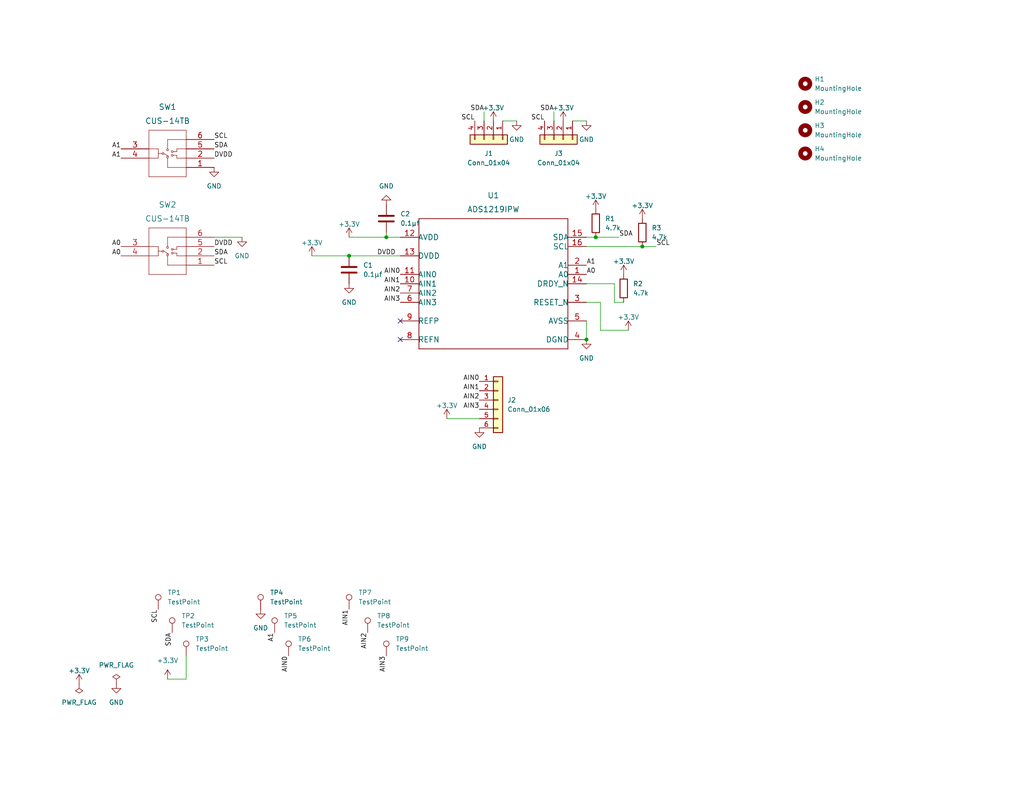
<source format=kicad_sch>
(kicad_sch (version 20211123) (generator eeschema)

  (uuid 7e530dfb-4b7f-4624-94df-744a2f909c74)

  (paper "A")

  (title_block
    (title "ADS1219 Breakout")
    (date "2022-07-17")
    (rev "4")
    (company "BecauseImclever.com")
  )

  (lib_symbols
    (symbol "ADS1219:ADS1219IPW" (pin_names (offset -0.254)) (in_bom yes) (on_board yes)
      (property "Reference" "U" (id 0) (at 0 2.54 0)
        (effects (font (size 1.524 1.524)))
      )
      (property "Value" "ADS1219IPW" (id 1) (at 0 0 0)
        (effects (font (size 1.524 1.524)))
      )
      (property "Footprint" "ADS1219:ADS1219IPW" (id 2) (at 0 -1.524 0)
        (effects (font (size 1.524 1.524)) hide)
      )
      (property "Datasheet" "" (id 3) (at 0 0 0)
        (effects (font (size 1.524 1.524)))
      )
      (property "ki_fp_filters" "PW0016A_N PW0016A_M PW0016A_L" (id 4) (at 0 0 0)
        (effects (font (size 1.27 1.27)) hide)
      )
      (symbol "ADS1219IPW_1_1"
        (polyline
          (pts
            (xy -20.32 -17.78)
            (xy 20.32 -17.78)
          )
          (stroke (width 0.2032) (type default) (color 0 0 0 0))
          (fill (type none))
        )
        (polyline
          (pts
            (xy -20.32 17.78)
            (xy -20.32 -17.78)
          )
          (stroke (width 0.2032) (type default) (color 0 0 0 0))
          (fill (type none))
        )
        (polyline
          (pts
            (xy 20.32 -17.78)
            (xy 20.32 17.78)
          )
          (stroke (width 0.2032) (type default) (color 0 0 0 0))
          (fill (type none))
        )
        (polyline
          (pts
            (xy 20.32 17.78)
            (xy -20.32 17.78)
          )
          (stroke (width 0.2032) (type default) (color 0 0 0 0))
          (fill (type none))
        )
        (pin input line (at 25.4 2.54 180) (length 5.08)
          (name "A0" (effects (font (size 1.4986 1.4986))))
          (number "1" (effects (font (size 1.4986 1.4986))))
        )
        (pin input line (at -25.4 0 0) (length 5.08)
          (name "AIN1" (effects (font (size 1.4986 1.4986))))
          (number "10" (effects (font (size 1.4986 1.4986))))
        )
        (pin input line (at -25.4 2.54 0) (length 5.08)
          (name "AIN0" (effects (font (size 1.4986 1.4986))))
          (number "11" (effects (font (size 1.4986 1.4986))))
        )
        (pin power_in line (at -25.4 12.7 0) (length 5.08)
          (name "AVDD" (effects (font (size 1.4986 1.4986))))
          (number "12" (effects (font (size 1.4986 1.4986))))
        )
        (pin power_in line (at -25.4 7.62 0) (length 5.08)
          (name "DVDD" (effects (font (size 1.4986 1.4986))))
          (number "13" (effects (font (size 1.4986 1.4986))))
        )
        (pin output line (at 25.4 0 180) (length 5.08)
          (name "DRDY_N" (effects (font (size 1.4986 1.4986))))
          (number "14" (effects (font (size 1.4986 1.4986))))
        )
        (pin bidirectional line (at 25.4 12.7 180) (length 5.08)
          (name "SDA" (effects (font (size 1.4986 1.4986))))
          (number "15" (effects (font (size 1.4986 1.4986))))
        )
        (pin input line (at 25.4 10.16 180) (length 5.08)
          (name "SCL" (effects (font (size 1.4986 1.4986))))
          (number "16" (effects (font (size 1.4986 1.4986))))
        )
        (pin input line (at 25.4 5.08 180) (length 5.08)
          (name "A1" (effects (font (size 1.4986 1.4986))))
          (number "2" (effects (font (size 1.4986 1.4986))))
        )
        (pin input line (at 25.4 -5.08 180) (length 5.08)
          (name "RESET_N" (effects (font (size 1.4986 1.4986))))
          (number "3" (effects (font (size 1.4986 1.4986))))
        )
        (pin power_in line (at 25.4 -15.24 180) (length 5.08)
          (name "DGND" (effects (font (size 1.4986 1.4986))))
          (number "4" (effects (font (size 1.4986 1.4986))))
        )
        (pin power_in line (at 25.4 -10.16 180) (length 5.08)
          (name "AVSS" (effects (font (size 1.4986 1.4986))))
          (number "5" (effects (font (size 1.4986 1.4986))))
        )
        (pin input line (at -25.4 -5.08 0) (length 5.08)
          (name "AIN3" (effects (font (size 1.4986 1.4986))))
          (number "6" (effects (font (size 1.4986 1.4986))))
        )
        (pin input line (at -25.4 -2.54 0) (length 5.08)
          (name "AIN2" (effects (font (size 1.4986 1.4986))))
          (number "7" (effects (font (size 1.4986 1.4986))))
        )
        (pin input line (at -25.4 -15.24 0) (length 5.08)
          (name "REFN" (effects (font (size 1.4986 1.4986))))
          (number "8" (effects (font (size 1.4986 1.4986))))
        )
        (pin input line (at -25.4 -10.16 0) (length 5.08)
          (name "REFP" (effects (font (size 1.4986 1.4986))))
          (number "9" (effects (font (size 1.4986 1.4986))))
        )
      )
    )
    (symbol "Connector:TestPoint" (pin_numbers hide) (pin_names (offset 0.762) hide) (in_bom yes) (on_board yes)
      (property "Reference" "TP" (id 0) (at 0 6.858 0)
        (effects (font (size 1.27 1.27)))
      )
      (property "Value" "TestPoint" (id 1) (at 0 5.08 0)
        (effects (font (size 1.27 1.27)))
      )
      (property "Footprint" "" (id 2) (at 5.08 0 0)
        (effects (font (size 1.27 1.27)) hide)
      )
      (property "Datasheet" "~" (id 3) (at 5.08 0 0)
        (effects (font (size 1.27 1.27)) hide)
      )
      (property "ki_keywords" "test point tp" (id 4) (at 0 0 0)
        (effects (font (size 1.27 1.27)) hide)
      )
      (property "ki_description" "test point" (id 5) (at 0 0 0)
        (effects (font (size 1.27 1.27)) hide)
      )
      (property "ki_fp_filters" "Pin* Test*" (id 6) (at 0 0 0)
        (effects (font (size 1.27 1.27)) hide)
      )
      (symbol "TestPoint_0_1"
        (circle (center 0 3.302) (radius 0.762)
          (stroke (width 0) (type default) (color 0 0 0 0))
          (fill (type none))
        )
      )
      (symbol "TestPoint_1_1"
        (pin passive line (at 0 0 90) (length 2.54)
          (name "1" (effects (font (size 1.27 1.27))))
          (number "1" (effects (font (size 1.27 1.27))))
        )
      )
    )
    (symbol "Connector_Generic:Conn_01x04" (pin_names (offset 1.016) hide) (in_bom yes) (on_board yes)
      (property "Reference" "J" (id 0) (at 0 5.08 0)
        (effects (font (size 1.27 1.27)))
      )
      (property "Value" "Conn_01x04" (id 1) (at 0 -7.62 0)
        (effects (font (size 1.27 1.27)))
      )
      (property "Footprint" "" (id 2) (at 0 0 0)
        (effects (font (size 1.27 1.27)) hide)
      )
      (property "Datasheet" "~" (id 3) (at 0 0 0)
        (effects (font (size 1.27 1.27)) hide)
      )
      (property "ki_keywords" "connector" (id 4) (at 0 0 0)
        (effects (font (size 1.27 1.27)) hide)
      )
      (property "ki_description" "Generic connector, single row, 01x04, script generated (kicad-library-utils/schlib/autogen/connector/)" (id 5) (at 0 0 0)
        (effects (font (size 1.27 1.27)) hide)
      )
      (property "ki_fp_filters" "Connector*:*_1x??_*" (id 6) (at 0 0 0)
        (effects (font (size 1.27 1.27)) hide)
      )
      (symbol "Conn_01x04_1_1"
        (rectangle (start -1.27 -4.953) (end 0 -5.207)
          (stroke (width 0.1524) (type default) (color 0 0 0 0))
          (fill (type none))
        )
        (rectangle (start -1.27 -2.413) (end 0 -2.667)
          (stroke (width 0.1524) (type default) (color 0 0 0 0))
          (fill (type none))
        )
        (rectangle (start -1.27 0.127) (end 0 -0.127)
          (stroke (width 0.1524) (type default) (color 0 0 0 0))
          (fill (type none))
        )
        (rectangle (start -1.27 2.667) (end 0 2.413)
          (stroke (width 0.1524) (type default) (color 0 0 0 0))
          (fill (type none))
        )
        (rectangle (start -1.27 3.81) (end 1.27 -6.35)
          (stroke (width 0.254) (type default) (color 0 0 0 0))
          (fill (type background))
        )
        (pin passive line (at -5.08 2.54 0) (length 3.81)
          (name "Pin_1" (effects (font (size 1.27 1.27))))
          (number "1" (effects (font (size 1.27 1.27))))
        )
        (pin passive line (at -5.08 0 0) (length 3.81)
          (name "Pin_2" (effects (font (size 1.27 1.27))))
          (number "2" (effects (font (size 1.27 1.27))))
        )
        (pin passive line (at -5.08 -2.54 0) (length 3.81)
          (name "Pin_3" (effects (font (size 1.27 1.27))))
          (number "3" (effects (font (size 1.27 1.27))))
        )
        (pin passive line (at -5.08 -5.08 0) (length 3.81)
          (name "Pin_4" (effects (font (size 1.27 1.27))))
          (number "4" (effects (font (size 1.27 1.27))))
        )
      )
    )
    (symbol "Connector_Generic:Conn_01x06" (pin_names (offset 1.016) hide) (in_bom yes) (on_board yes)
      (property "Reference" "J" (id 0) (at 0 7.62 0)
        (effects (font (size 1.27 1.27)))
      )
      (property "Value" "Conn_01x06" (id 1) (at 0 -10.16 0)
        (effects (font (size 1.27 1.27)))
      )
      (property "Footprint" "" (id 2) (at 0 0 0)
        (effects (font (size 1.27 1.27)) hide)
      )
      (property "Datasheet" "~" (id 3) (at 0 0 0)
        (effects (font (size 1.27 1.27)) hide)
      )
      (property "ki_keywords" "connector" (id 4) (at 0 0 0)
        (effects (font (size 1.27 1.27)) hide)
      )
      (property "ki_description" "Generic connector, single row, 01x06, script generated (kicad-library-utils/schlib/autogen/connector/)" (id 5) (at 0 0 0)
        (effects (font (size 1.27 1.27)) hide)
      )
      (property "ki_fp_filters" "Connector*:*_1x??_*" (id 6) (at 0 0 0)
        (effects (font (size 1.27 1.27)) hide)
      )
      (symbol "Conn_01x06_1_1"
        (rectangle (start -1.27 -7.493) (end 0 -7.747)
          (stroke (width 0.1524) (type default) (color 0 0 0 0))
          (fill (type none))
        )
        (rectangle (start -1.27 -4.953) (end 0 -5.207)
          (stroke (width 0.1524) (type default) (color 0 0 0 0))
          (fill (type none))
        )
        (rectangle (start -1.27 -2.413) (end 0 -2.667)
          (stroke (width 0.1524) (type default) (color 0 0 0 0))
          (fill (type none))
        )
        (rectangle (start -1.27 0.127) (end 0 -0.127)
          (stroke (width 0.1524) (type default) (color 0 0 0 0))
          (fill (type none))
        )
        (rectangle (start -1.27 2.667) (end 0 2.413)
          (stroke (width 0.1524) (type default) (color 0 0 0 0))
          (fill (type none))
        )
        (rectangle (start -1.27 5.207) (end 0 4.953)
          (stroke (width 0.1524) (type default) (color 0 0 0 0))
          (fill (type none))
        )
        (rectangle (start -1.27 6.35) (end 1.27 -8.89)
          (stroke (width 0.254) (type default) (color 0 0 0 0))
          (fill (type background))
        )
        (pin passive line (at -5.08 5.08 0) (length 3.81)
          (name "Pin_1" (effects (font (size 1.27 1.27))))
          (number "1" (effects (font (size 1.27 1.27))))
        )
        (pin passive line (at -5.08 2.54 0) (length 3.81)
          (name "Pin_2" (effects (font (size 1.27 1.27))))
          (number "2" (effects (font (size 1.27 1.27))))
        )
        (pin passive line (at -5.08 0 0) (length 3.81)
          (name "Pin_3" (effects (font (size 1.27 1.27))))
          (number "3" (effects (font (size 1.27 1.27))))
        )
        (pin passive line (at -5.08 -2.54 0) (length 3.81)
          (name "Pin_4" (effects (font (size 1.27 1.27))))
          (number "4" (effects (font (size 1.27 1.27))))
        )
        (pin passive line (at -5.08 -5.08 0) (length 3.81)
          (name "Pin_5" (effects (font (size 1.27 1.27))))
          (number "5" (effects (font (size 1.27 1.27))))
        )
        (pin passive line (at -5.08 -7.62 0) (length 3.81)
          (name "Pin_6" (effects (font (size 1.27 1.27))))
          (number "6" (effects (font (size 1.27 1.27))))
        )
      )
    )
    (symbol "Device:C" (pin_numbers hide) (pin_names (offset 0.254)) (in_bom yes) (on_board yes)
      (property "Reference" "C" (id 0) (at 0.635 2.54 0)
        (effects (font (size 1.27 1.27)) (justify left))
      )
      (property "Value" "C" (id 1) (at 0.635 -2.54 0)
        (effects (font (size 1.27 1.27)) (justify left))
      )
      (property "Footprint" "" (id 2) (at 0.9652 -3.81 0)
        (effects (font (size 1.27 1.27)) hide)
      )
      (property "Datasheet" "~" (id 3) (at 0 0 0)
        (effects (font (size 1.27 1.27)) hide)
      )
      (property "ki_keywords" "cap capacitor" (id 4) (at 0 0 0)
        (effects (font (size 1.27 1.27)) hide)
      )
      (property "ki_description" "Unpolarized capacitor" (id 5) (at 0 0 0)
        (effects (font (size 1.27 1.27)) hide)
      )
      (property "ki_fp_filters" "C_*" (id 6) (at 0 0 0)
        (effects (font (size 1.27 1.27)) hide)
      )
      (symbol "C_0_1"
        (polyline
          (pts
            (xy -2.032 -0.762)
            (xy 2.032 -0.762)
          )
          (stroke (width 0.508) (type default) (color 0 0 0 0))
          (fill (type none))
        )
        (polyline
          (pts
            (xy -2.032 0.762)
            (xy 2.032 0.762)
          )
          (stroke (width 0.508) (type default) (color 0 0 0 0))
          (fill (type none))
        )
      )
      (symbol "C_1_1"
        (pin passive line (at 0 3.81 270) (length 2.794)
          (name "~" (effects (font (size 1.27 1.27))))
          (number "1" (effects (font (size 1.27 1.27))))
        )
        (pin passive line (at 0 -3.81 90) (length 2.794)
          (name "~" (effects (font (size 1.27 1.27))))
          (number "2" (effects (font (size 1.27 1.27))))
        )
      )
    )
    (symbol "Device:R" (pin_numbers hide) (pin_names (offset 0)) (in_bom yes) (on_board yes)
      (property "Reference" "R" (id 0) (at 2.032 0 90)
        (effects (font (size 1.27 1.27)))
      )
      (property "Value" "R" (id 1) (at 0 0 90)
        (effects (font (size 1.27 1.27)))
      )
      (property "Footprint" "" (id 2) (at -1.778 0 90)
        (effects (font (size 1.27 1.27)) hide)
      )
      (property "Datasheet" "~" (id 3) (at 0 0 0)
        (effects (font (size 1.27 1.27)) hide)
      )
      (property "ki_keywords" "R res resistor" (id 4) (at 0 0 0)
        (effects (font (size 1.27 1.27)) hide)
      )
      (property "ki_description" "Resistor" (id 5) (at 0 0 0)
        (effects (font (size 1.27 1.27)) hide)
      )
      (property "ki_fp_filters" "R_*" (id 6) (at 0 0 0)
        (effects (font (size 1.27 1.27)) hide)
      )
      (symbol "R_0_1"
        (rectangle (start -1.016 -2.54) (end 1.016 2.54)
          (stroke (width 0.254) (type default) (color 0 0 0 0))
          (fill (type none))
        )
      )
      (symbol "R_1_1"
        (pin passive line (at 0 3.81 270) (length 1.27)
          (name "~" (effects (font (size 1.27 1.27))))
          (number "1" (effects (font (size 1.27 1.27))))
        )
        (pin passive line (at 0 -3.81 90) (length 1.27)
          (name "~" (effects (font (size 1.27 1.27))))
          (number "2" (effects (font (size 1.27 1.27))))
        )
      )
    )
    (symbol "Mechanical:MountingHole" (pin_names (offset 1.016)) (in_bom yes) (on_board yes)
      (property "Reference" "H" (id 0) (at 0 5.08 0)
        (effects (font (size 1.27 1.27)))
      )
      (property "Value" "MountingHole" (id 1) (at 0 3.175 0)
        (effects (font (size 1.27 1.27)))
      )
      (property "Footprint" "" (id 2) (at 0 0 0)
        (effects (font (size 1.27 1.27)) hide)
      )
      (property "Datasheet" "~" (id 3) (at 0 0 0)
        (effects (font (size 1.27 1.27)) hide)
      )
      (property "ki_keywords" "mounting hole" (id 4) (at 0 0 0)
        (effects (font (size 1.27 1.27)) hide)
      )
      (property "ki_description" "Mounting Hole without connection" (id 5) (at 0 0 0)
        (effects (font (size 1.27 1.27)) hide)
      )
      (property "ki_fp_filters" "MountingHole*" (id 6) (at 0 0 0)
        (effects (font (size 1.27 1.27)) hide)
      )
      (symbol "MountingHole_0_1"
        (circle (center 0 0) (radius 1.27)
          (stroke (width 1.27) (type default) (color 0 0 0 0))
          (fill (type none))
        )
      )
    )
    (symbol "power:+3.3V" (power) (pin_names (offset 0)) (in_bom yes) (on_board yes)
      (property "Reference" "#PWR" (id 0) (at 0 -3.81 0)
        (effects (font (size 1.27 1.27)) hide)
      )
      (property "Value" "+3.3V" (id 1) (at 0 3.556 0)
        (effects (font (size 1.27 1.27)))
      )
      (property "Footprint" "" (id 2) (at 0 0 0)
        (effects (font (size 1.27 1.27)) hide)
      )
      (property "Datasheet" "" (id 3) (at 0 0 0)
        (effects (font (size 1.27 1.27)) hide)
      )
      (property "ki_keywords" "power-flag" (id 4) (at 0 0 0)
        (effects (font (size 1.27 1.27)) hide)
      )
      (property "ki_description" "Power symbol creates a global label with name \"+3.3V\"" (id 5) (at 0 0 0)
        (effects (font (size 1.27 1.27)) hide)
      )
      (symbol "+3.3V_0_1"
        (polyline
          (pts
            (xy -0.762 1.27)
            (xy 0 2.54)
          )
          (stroke (width 0) (type default) (color 0 0 0 0))
          (fill (type none))
        )
        (polyline
          (pts
            (xy 0 0)
            (xy 0 2.54)
          )
          (stroke (width 0) (type default) (color 0 0 0 0))
          (fill (type none))
        )
        (polyline
          (pts
            (xy 0 2.54)
            (xy 0.762 1.27)
          )
          (stroke (width 0) (type default) (color 0 0 0 0))
          (fill (type none))
        )
      )
      (symbol "+3.3V_1_1"
        (pin power_in line (at 0 0 90) (length 0) hide
          (name "+3.3V" (effects (font (size 1.27 1.27))))
          (number "1" (effects (font (size 1.27 1.27))))
        )
      )
    )
    (symbol "power:GND" (power) (pin_names (offset 0)) (in_bom yes) (on_board yes)
      (property "Reference" "#PWR" (id 0) (at 0 -6.35 0)
        (effects (font (size 1.27 1.27)) hide)
      )
      (property "Value" "GND" (id 1) (at 0 -3.81 0)
        (effects (font (size 1.27 1.27)))
      )
      (property "Footprint" "" (id 2) (at 0 0 0)
        (effects (font (size 1.27 1.27)) hide)
      )
      (property "Datasheet" "" (id 3) (at 0 0 0)
        (effects (font (size 1.27 1.27)) hide)
      )
      (property "ki_keywords" "power-flag" (id 4) (at 0 0 0)
        (effects (font (size 1.27 1.27)) hide)
      )
      (property "ki_description" "Power symbol creates a global label with name \"GND\" , ground" (id 5) (at 0 0 0)
        (effects (font (size 1.27 1.27)) hide)
      )
      (symbol "GND_0_1"
        (polyline
          (pts
            (xy 0 0)
            (xy 0 -1.27)
            (xy 1.27 -1.27)
            (xy 0 -2.54)
            (xy -1.27 -1.27)
            (xy 0 -1.27)
          )
          (stroke (width 0) (type default) (color 0 0 0 0))
          (fill (type none))
        )
      )
      (symbol "GND_1_1"
        (pin power_in line (at 0 0 270) (length 0) hide
          (name "GND" (effects (font (size 1.27 1.27))))
          (number "1" (effects (font (size 1.27 1.27))))
        )
      )
    )
    (symbol "power:PWR_FLAG" (power) (pin_numbers hide) (pin_names (offset 0) hide) (in_bom yes) (on_board yes)
      (property "Reference" "#FLG" (id 0) (at 0 1.905 0)
        (effects (font (size 1.27 1.27)) hide)
      )
      (property "Value" "PWR_FLAG" (id 1) (at 0 3.81 0)
        (effects (font (size 1.27 1.27)))
      )
      (property "Footprint" "" (id 2) (at 0 0 0)
        (effects (font (size 1.27 1.27)) hide)
      )
      (property "Datasheet" "~" (id 3) (at 0 0 0)
        (effects (font (size 1.27 1.27)) hide)
      )
      (property "ki_keywords" "power-flag" (id 4) (at 0 0 0)
        (effects (font (size 1.27 1.27)) hide)
      )
      (property "ki_description" "Special symbol for telling ERC where power comes from" (id 5) (at 0 0 0)
        (effects (font (size 1.27 1.27)) hide)
      )
      (symbol "PWR_FLAG_0_0"
        (pin power_out line (at 0 0 90) (length 0)
          (name "pwr" (effects (font (size 1.27 1.27))))
          (number "1" (effects (font (size 1.27 1.27))))
        )
      )
      (symbol "PWR_FLAG_0_1"
        (polyline
          (pts
            (xy 0 0)
            (xy 0 1.27)
            (xy -1.016 1.905)
            (xy 0 2.54)
            (xy 1.016 1.905)
            (xy 0 1.27)
          )
          (stroke (width 0) (type default) (color 0 0 0 0))
          (fill (type none))
        )
      )
    )
    (symbol "ul_CUS-14TB:CUS-14TB" (pin_names (offset 0.254) hide) (in_bom yes) (on_board yes)
      (property "Reference" "SW" (id 0) (at 12.7 10.16 0)
        (effects (font (size 1.524 1.524)))
      )
      (property "Value" "CUS-14TB" (id 1) (at 12.7 7.62 0)
        (effects (font (size 1.524 1.524)))
      )
      (property "Footprint" "CUS-14B_NDC" (id 2) (at 12.7 6.096 0)
        (effects (font (size 1.524 1.524)) hide)
      )
      (property "Datasheet" "" (id 3) (at 0 0 0)
        (effects (font (size 1.524 1.524)))
      )
      (property "ki_locked" "" (id 4) (at 0 0 0)
        (effects (font (size 1.27 1.27)))
      )
      (property "ki_fp_filters" "CUS-14B_NDC" (id 5) (at 0 0 0)
        (effects (font (size 1.27 1.27)) hide)
      )
      (symbol "CUS-14TB_1_1"
        (polyline
          (pts
            (xy 7.62 -7.62)
            (xy 17.78 -7.62)
          )
          (stroke (width 0.127) (type default) (color 0 0 0 0))
          (fill (type none))
        )
        (polyline
          (pts
            (xy 7.62 5.08)
            (xy 7.62 -7.62)
          )
          (stroke (width 0.127) (type default) (color 0 0 0 0))
          (fill (type none))
        )
        (polyline
          (pts
            (xy 10.16 -2.54)
            (xy 7.62 -2.54)
          )
          (stroke (width 0.127) (type default) (color 0 0 0 0))
          (fill (type none))
        )
        (polyline
          (pts
            (xy 10.16 -1.27)
            (xy 11.176 -1.27)
          )
          (stroke (width 0.127) (type default) (color 0 0 0 0))
          (fill (type none))
        )
        (polyline
          (pts
            (xy 10.16 0)
            (xy 7.62 0)
          )
          (stroke (width 0.127) (type default) (color 0 0 0 0))
          (fill (type none))
        )
        (polyline
          (pts
            (xy 10.16 0)
            (xy 10.16 -2.54)
          )
          (stroke (width 0.127) (type default) (color 0 0 0 0))
          (fill (type none))
        )
        (polyline
          (pts
            (xy 11.684 -1.27)
            (xy 12.954 -2.032)
          )
          (stroke (width 0.127) (type default) (color 0 0 0 0))
          (fill (type none))
        )
        (polyline
          (pts
            (xy 12.7 -5.08)
            (xy 17.78 -5.08)
          )
          (stroke (width 0.127) (type default) (color 0 0 0 0))
          (fill (type none))
        )
        (polyline
          (pts
            (xy 12.7 -2.54)
            (xy 12.7 -5.08)
          )
          (stroke (width 0.127) (type default) (color 0 0 0 0))
          (fill (type none))
        )
        (polyline
          (pts
            (xy 12.7 0)
            (xy 12.7 2.54)
          )
          (stroke (width 0.127) (type default) (color 0 0 0 0))
          (fill (type none))
        )
        (polyline
          (pts
            (xy 12.7 2.54)
            (xy 17.78 2.54)
          )
          (stroke (width 0.127) (type default) (color 0 0 0 0))
          (fill (type none))
        )
        (polyline
          (pts
            (xy 14.224 -1.778)
            (xy 15.24 -1.778)
          )
          (stroke (width 0.127) (type default) (color 0 0 0 0))
          (fill (type none))
        )
        (polyline
          (pts
            (xy 14.224 -0.762)
            (xy 15.24 -0.762)
          )
          (stroke (width 0.127) (type default) (color 0 0 0 0))
          (fill (type none))
        )
        (polyline
          (pts
            (xy 15.24 -2.54)
            (xy 17.78 -2.54)
          )
          (stroke (width 0.127) (type default) (color 0 0 0 0))
          (fill (type none))
        )
        (polyline
          (pts
            (xy 15.24 -1.778)
            (xy 15.24 -2.54)
          )
          (stroke (width 0.127) (type default) (color 0 0 0 0))
          (fill (type none))
        )
        (polyline
          (pts
            (xy 15.24 -0.762)
            (xy 15.24 0)
          )
          (stroke (width 0.127) (type default) (color 0 0 0 0))
          (fill (type none))
        )
        (polyline
          (pts
            (xy 15.24 0)
            (xy 17.78 0)
          )
          (stroke (width 0.127) (type default) (color 0 0 0 0))
          (fill (type none))
        )
        (polyline
          (pts
            (xy 17.78 -7.62)
            (xy 17.78 5.08)
          )
          (stroke (width 0.127) (type default) (color 0 0 0 0))
          (fill (type none))
        )
        (polyline
          (pts
            (xy 17.78 5.08)
            (xy 7.62 5.08)
          )
          (stroke (width 0.127) (type default) (color 0 0 0 0))
          (fill (type none))
        )
        (arc (start 11.43 -1.524) (mid 11.43 -1.016) (end 11.43 -1.524)
          (stroke (width 0.127) (type default) (color 0 0 0 0))
          (fill (type none))
        )
        (circle (center 11.43 -1.27) (radius 0.254)
          (stroke (width 0.127) (type default) (color 0 0 0 0))
          (fill (type none))
        )
        (arc (start 12.7 -2.54) (mid 12.7 -2.032) (end 12.7 -2.54)
          (stroke (width 0.127) (type default) (color 0 0 0 0))
          (fill (type none))
        )
        (circle (center 12.7 -2.286) (radius 0.254)
          (stroke (width 0.127) (type default) (color 0 0 0 0))
          (fill (type none))
        )
        (arc (start 12.7 -0.508) (mid 12.7 0) (end 12.7 -0.508)
          (stroke (width 0.127) (type default) (color 0 0 0 0))
          (fill (type none))
        )
        (circle (center 12.7 -0.254) (radius 0.254)
          (stroke (width 0.127) (type default) (color 0 0 0 0))
          (fill (type none))
        )
        (arc (start 13.97 -2.032) (mid 13.97 -1.524) (end 13.97 -2.032)
          (stroke (width 0.127) (type default) (color 0 0 0 0))
          (fill (type none))
        )
        (circle (center 13.97 -1.778) (radius 0.254)
          (stroke (width 0.127) (type default) (color 0 0 0 0))
          (fill (type none))
        )
        (arc (start 13.97 -1.016) (mid 13.97 -0.508) (end 13.97 -1.016)
          (stroke (width 0.127) (type default) (color 0 0 0 0))
          (fill (type none))
        )
        (circle (center 13.97 -0.762) (radius 0.254)
          (stroke (width 0.127) (type default) (color 0 0 0 0))
          (fill (type none))
        )
        (pin unspecified line (at 25.4 -5.08 180) (length 7.62)
          (name "1" (effects (font (size 1.4986 1.4986))))
          (number "1" (effects (font (size 1.4986 1.4986))))
        )
        (pin unspecified line (at 25.4 -2.54 180) (length 7.62)
          (name "2" (effects (font (size 1.4986 1.4986))))
          (number "2" (effects (font (size 1.4986 1.4986))))
        )
        (pin unspecified line (at 0 0 0) (length 7.62)
          (name "3" (effects (font (size 1.4986 1.4986))))
          (number "3" (effects (font (size 1.4986 1.4986))))
        )
        (pin unspecified line (at 0 -2.54 0) (length 7.62)
          (name "4" (effects (font (size 1.4986 1.4986))))
          (number "4" (effects (font (size 1.4986 1.4986))))
        )
        (pin unspecified line (at 25.4 0 180) (length 7.62)
          (name "5" (effects (font (size 1.4986 1.4986))))
          (number "5" (effects (font (size 1.4986 1.4986))))
        )
        (pin unspecified line (at 25.4 2.54 180) (length 7.62)
          (name "6" (effects (font (size 1.4986 1.4986))))
          (number "6" (effects (font (size 1.4986 1.4986))))
        )
      )
    )
  )

  (junction (at 162.56 64.77) (diameter 0) (color 0 0 0 0)
    (uuid 18cf312a-8797-4e52-a8cc-19ebff5606b0)
  )
  (junction (at 105.41 64.77) (diameter 0) (color 0 0 0 0)
    (uuid 379332a1-8d8a-479b-96b3-41aca0b414b0)
  )
  (junction (at 160.02 92.71) (diameter 0) (color 0 0 0 0)
    (uuid a011776d-c403-4b22-9599-3ef343cb1830)
  )
  (junction (at 95.25 69.85) (diameter 0) (color 0 0 0 0)
    (uuid e1da2003-a08a-46d2-8476-ce60d43e68bb)
  )
  (junction (at 175.26 67.31) (diameter 0) (color 0 0 0 0)
    (uuid ea7eb0b1-d6f8-4b97-bead-437789c63dd3)
  )

  (no_connect (at 109.22 87.63) (uuid bbeb4758-2d88-449c-a139-6d130c88e4f6))
  (no_connect (at 109.22 92.71) (uuid bbeb4758-2d88-449c-a139-6d130c88e4f7))

  (wire (pts (xy 160.02 82.55) (xy 163.83 82.55))
    (stroke (width 0) (type default) (color 0 0 0 0))
    (uuid 18c88b50-8f30-4d30-9013-f3ab29bc4fa7)
  )
  (wire (pts (xy 50.8 185.42) (xy 50.8 179.07))
    (stroke (width 0) (type default) (color 0 0 0 0))
    (uuid 1e31cd70-9257-4a72-af2d-5fb7a96f2d8b)
  )
  (wire (pts (xy 163.83 90.17) (xy 171.45 90.17))
    (stroke (width 0) (type default) (color 0 0 0 0))
    (uuid 3ee2d832-d619-4df5-9dd8-f237b8d6cc59)
  )
  (wire (pts (xy 95.25 69.85) (xy 109.22 69.85))
    (stroke (width 0) (type default) (color 0 0 0 0))
    (uuid 467cd16f-904d-453f-a1ea-1ed10fef7c50)
  )
  (wire (pts (xy 105.41 64.77) (xy 109.22 64.77))
    (stroke (width 0) (type default) (color 0 0 0 0))
    (uuid 6aae8936-52ab-4d22-a040-b628105b46f5)
  )
  (wire (pts (xy 66.04 64.77) (xy 58.42 64.77))
    (stroke (width 0) (type default) (color 0 0 0 0))
    (uuid 81b9afd5-d694-4888-a20c-27944cc2c2f6)
  )
  (wire (pts (xy 45.72 185.42) (xy 50.8 185.42))
    (stroke (width 0) (type default) (color 0 0 0 0))
    (uuid 821c7f53-4c6c-4f4e-92de-341b0fd0f852)
  )
  (wire (pts (xy 167.64 77.47) (xy 167.64 82.55))
    (stroke (width 0) (type default) (color 0 0 0 0))
    (uuid 95013ea7-5b28-4831-8df1-2ada72f9462b)
  )
  (wire (pts (xy 168.91 64.77) (xy 162.56 64.77))
    (stroke (width 0) (type default) (color 0 0 0 0))
    (uuid 9cadfa9c-a3bb-44fe-94c4-8ba5a3100522)
  )
  (wire (pts (xy 175.26 67.31) (xy 160.02 67.31))
    (stroke (width 0) (type default) (color 0 0 0 0))
    (uuid a4a270cc-4c6d-4337-a99d-04f2cf505a11)
  )
  (wire (pts (xy 151.13 30.48) (xy 151.13 33.02))
    (stroke (width 0) (type default) (color 0 0 0 0))
    (uuid a4d705c4-5434-4d2b-88a2-5335dbc1972e)
  )
  (wire (pts (xy 85.09 69.85) (xy 95.25 69.85))
    (stroke (width 0) (type default) (color 0 0 0 0))
    (uuid b6a110d2-d34d-4e35-b040-807317f709db)
  )
  (wire (pts (xy 95.25 64.77) (xy 105.41 64.77))
    (stroke (width 0) (type default) (color 0 0 0 0))
    (uuid beb1406f-0624-4c40-9fad-e880d90482fd)
  )
  (wire (pts (xy 167.64 82.55) (xy 170.18 82.55))
    (stroke (width 0) (type default) (color 0 0 0 0))
    (uuid bee75109-2095-4363-934a-c49a5281210c)
  )
  (wire (pts (xy 140.97 33.02) (xy 137.16 33.02))
    (stroke (width 0) (type default) (color 0 0 0 0))
    (uuid c2f0646e-ff37-4697-a29e-a827fcfc6bcf)
  )
  (wire (pts (xy 162.56 64.77) (xy 160.02 64.77))
    (stroke (width 0) (type default) (color 0 0 0 0))
    (uuid cfd95851-e9ee-42ab-b2d4-27d1760dfb64)
  )
  (wire (pts (xy 121.92 114.3) (xy 130.81 114.3))
    (stroke (width 0) (type default) (color 0 0 0 0))
    (uuid d5a8854b-f803-4859-820d-a6663642833f)
  )
  (wire (pts (xy 105.41 63.5) (xy 105.41 64.77))
    (stroke (width 0) (type default) (color 0 0 0 0))
    (uuid da88d496-f97d-471e-8ec1-87e9f14350ed)
  )
  (wire (pts (xy 160.02 77.47) (xy 167.64 77.47))
    (stroke (width 0) (type default) (color 0 0 0 0))
    (uuid dcf9d7e6-f39e-4781-b33a-ed40842a4b66)
  )
  (wire (pts (xy 179.07 67.31) (xy 175.26 67.31))
    (stroke (width 0) (type default) (color 0 0 0 0))
    (uuid e2d4f52d-14c4-44b8-b056-99b50f70d2d5)
  )
  (wire (pts (xy 160.02 33.02) (xy 156.21 33.02))
    (stroke (width 0) (type default) (color 0 0 0 0))
    (uuid e75c5479-62f5-4fe1-9b73-2637f9c1afbc)
  )
  (wire (pts (xy 132.08 30.48) (xy 132.08 33.02))
    (stroke (width 0) (type default) (color 0 0 0 0))
    (uuid f07ce506-eef2-419e-a430-6284f42f9dd0)
  )
  (wire (pts (xy 160.02 87.63) (xy 160.02 92.71))
    (stroke (width 0) (type default) (color 0 0 0 0))
    (uuid f08697b9-5f1a-44d4-8b17-946872390fc7)
  )
  (wire (pts (xy 163.83 82.55) (xy 163.83 90.17))
    (stroke (width 0) (type default) (color 0 0 0 0))
    (uuid f75349a0-6322-4b01-8bc1-146ba969784e)
  )

  (label "SDA" (at 151.13 30.48 180)
    (effects (font (size 1.27 1.27)) (justify right bottom))
    (uuid 098454d0-a6b4-4e8d-ba23-6bc0a22a9bbf)
  )
  (label "A1" (at 33.02 43.18 180)
    (effects (font (size 1.27 1.27)) (justify right bottom))
    (uuid 0abf21b9-6689-4d76-8910-5181a462cf51)
  )
  (label "SDA" (at 58.42 69.85 0)
    (effects (font (size 1.27 1.27)) (justify left bottom))
    (uuid 0bada77c-392e-45d2-a907-022a77964114)
  )
  (label "SDA" (at 58.42 40.64 0)
    (effects (font (size 1.27 1.27)) (justify left bottom))
    (uuid 0e07183d-6afe-4f54-a723-74dfb204d756)
  )
  (label "AIN3" (at 130.81 111.76 180)
    (effects (font (size 1.27 1.27)) (justify right bottom))
    (uuid 1136305c-a8bb-4c8d-97a1-5acfe4f04c9b)
  )
  (label "A0" (at 33.02 67.31 180)
    (effects (font (size 1.27 1.27)) (justify right bottom))
    (uuid 11d8a1aa-e5fa-4e8e-9767-5508fe79dc71)
  )
  (label "A0" (at 160.02 74.93 0)
    (effects (font (size 1.27 1.27)) (justify left bottom))
    (uuid 125b4203-b5c8-4c9a-8a6a-909cb33087ca)
  )
  (label "AIN0" (at 109.22 74.93 180)
    (effects (font (size 1.27 1.27)) (justify right bottom))
    (uuid 2132bcf8-239f-43fd-ade0-7748a177694e)
  )
  (label "SCL" (at 148.59 33.02 180)
    (effects (font (size 1.27 1.27)) (justify right bottom))
    (uuid 233f2ea8-6ab7-4044-b79f-071d9ff3e85d)
  )
  (label "AIN1" (at 130.81 106.68 180)
    (effects (font (size 1.27 1.27)) (justify right bottom))
    (uuid 27c54dec-5810-4b1e-9ad1-af34c991ff22)
  )
  (label "AIN3" (at 109.22 82.55 180)
    (effects (font (size 1.27 1.27)) (justify right bottom))
    (uuid 3c728cb6-445e-4b05-ac83-3ea170e83f37)
  )
  (label "AIN0" (at 78.74 179.07 270)
    (effects (font (size 1.27 1.27)) (justify right bottom))
    (uuid 4aca8f99-8421-46c1-9ec2-192a22356599)
  )
  (label "DVDD" (at 58.42 67.31 0)
    (effects (font (size 1.27 1.27)) (justify left bottom))
    (uuid 555c7099-fc83-41e4-b1df-c5831589758d)
  )
  (label "AIN1" (at 95.25 166.37 270)
    (effects (font (size 1.27 1.27)) (justify right bottom))
    (uuid 56257362-b17c-44ff-8062-f777201f1397)
  )
  (label "A0" (at 33.02 69.85 180)
    (effects (font (size 1.27 1.27)) (justify right bottom))
    (uuid 5f8c7d41-37ec-4018-946e-2aad4babe4c4)
  )
  (label "A1" (at 33.02 40.64 180)
    (effects (font (size 1.27 1.27)) (justify right bottom))
    (uuid 75b69828-6049-4c86-87ec-35873f5698f8)
  )
  (label "SDA" (at 168.91 64.77 0)
    (effects (font (size 1.27 1.27)) (justify left bottom))
    (uuid 766637fb-3c8f-4f46-8fc9-4d0dc40fbbc0)
  )
  (label "SCL" (at 43.18 166.37 270)
    (effects (font (size 1.27 1.27)) (justify right bottom))
    (uuid 83f36a6a-0df6-4972-893a-c38ad3052192)
  )
  (label "SCL" (at 179.07 67.31 0)
    (effects (font (size 1.27 1.27)) (justify left bottom))
    (uuid 8886fd9e-79e6-493b-ba8d-ae260c98a60d)
  )
  (label "AIN2" (at 130.81 109.22 180)
    (effects (font (size 1.27 1.27)) (justify right bottom))
    (uuid 8ad38b7a-78f9-4b9b-8b81-0a07a4c30414)
  )
  (label "DVDD" (at 58.42 43.18 0)
    (effects (font (size 1.27 1.27)) (justify left bottom))
    (uuid 8bbcace9-0ad8-433d-a40c-88366dca394a)
  )
  (label "SDA" (at 132.08 30.48 180)
    (effects (font (size 1.27 1.27)) (justify right bottom))
    (uuid 95558501-a325-4fc9-91d3-dea3268c4d06)
  )
  (label "AIN3" (at 105.41 179.07 270)
    (effects (font (size 1.27 1.27)) (justify right bottom))
    (uuid 97181bf0-8095-4b92-82dd-07b82ad1eea4)
  )
  (label "AIN2" (at 100.33 172.72 270)
    (effects (font (size 1.27 1.27)) (justify right bottom))
    (uuid 9a2dc8bb-a56b-42b2-bb11-db099ab8640d)
  )
  (label "SCL" (at 58.42 38.1 0)
    (effects (font (size 1.27 1.27)) (justify left bottom))
    (uuid 9c2103c1-a94c-48e1-9433-7402cb36ef1d)
  )
  (label "AIN2" (at 109.22 80.01 180)
    (effects (font (size 1.27 1.27)) (justify right bottom))
    (uuid 9da83769-40ba-418f-b682-caf61a755f11)
  )
  (label "AIN0" (at 130.81 104.14 180)
    (effects (font (size 1.27 1.27)) (justify right bottom))
    (uuid b2cbc3f0-02f5-4384-97f2-34f99a4e4042)
  )
  (label "A1" (at 160.02 72.39 0)
    (effects (font (size 1.27 1.27)) (justify left bottom))
    (uuid bbb4cbe8-3321-415b-9fe1-ed9a23bf568d)
  )
  (label "AIN1" (at 109.22 77.47 180)
    (effects (font (size 1.27 1.27)) (justify right bottom))
    (uuid bc1e4e93-ff30-4601-ac32-2b96f6c04cfc)
  )
  (label "SCL" (at 58.42 72.39 0)
    (effects (font (size 1.27 1.27)) (justify left bottom))
    (uuid bfd0b0db-231d-471c-904f-07d16990af13)
  )
  (label "A1" (at 74.93 172.72 270)
    (effects (font (size 1.27 1.27)) (justify right bottom))
    (uuid d94742d2-b0e9-4d3e-8a9b-b3ce6c90559c)
  )
  (label "DVDD" (at 102.87 69.85 0)
    (effects (font (size 1.27 1.27)) (justify left bottom))
    (uuid ebae5bd2-3397-46e8-96bb-91c7f5282f53)
  )
  (label "SCL" (at 129.54 33.02 180)
    (effects (font (size 1.27 1.27)) (justify right bottom))
    (uuid f202dd2b-3c2f-4c50-a7f8-bfd91c10e619)
  )
  (label "SDA" (at 46.99 172.72 270)
    (effects (font (size 1.27 1.27)) (justify right bottom))
    (uuid f397a5db-b3c1-48e0-a21b-14e5a6e77b1d)
  )

  (symbol (lib_id "ADS1219:ADS1219IPW") (at 134.62 77.47 0) (unit 1)
    (in_bom yes) (on_board yes) (fields_autoplaced)
    (uuid 00d01d33-ba11-4d4d-8820-5114bc8c753b)
    (property "Reference" "U1" (id 0) (at 134.62 53.34 0)
      (effects (font (size 1.524 1.524)))
    )
    (property "Value" "ADS1219IPW" (id 1) (at 134.62 57.15 0)
      (effects (font (size 1.524 1.524)))
    )
    (property "Footprint" "ADS1219:ADS1219IPW" (id 2) (at 134.62 78.994 0)
      (effects (font (size 1.524 1.524)) hide)
    )
    (property "Datasheet" "" (id 3) (at 134.62 77.47 0)
      (effects (font (size 1.524 1.524)))
    )
    (pin "1" (uuid 089509f6-929b-42fc-8c49-7a628558f238))
    (pin "10" (uuid c7c6ccf9-4a34-4730-8ee9-1e25716e0656))
    (pin "11" (uuid 6aa34a11-7f01-4bb8-897b-5dd5241ec8f1))
    (pin "12" (uuid 5ddc4bdb-7402-445e-bb17-cf6519042e42))
    (pin "13" (uuid 8f13b3fd-1202-41c4-b09b-8401502c94b3))
    (pin "14" (uuid ca3151b5-c6bb-45b4-b985-143e2327d557))
    (pin "15" (uuid 7dd8c222-761c-49f4-be08-2d467cf462db))
    (pin "16" (uuid a2a297de-9c00-410c-8ce7-bca9aa106f9d))
    (pin "2" (uuid 48b71edc-8d3d-433a-9111-a1208c76a2ae))
    (pin "3" (uuid f004a377-826c-402a-bc57-00ea2b970841))
    (pin "4" (uuid c6fc182c-961f-43b4-95be-eee007da7105))
    (pin "5" (uuid abb05cd0-9734-40bc-a982-cca1fadc478e))
    (pin "6" (uuid e135c81b-682a-4a7c-b9da-9b422375ec4a))
    (pin "7" (uuid 93cf0a88-6f41-4b6f-b420-9bfe62bead8d))
    (pin "8" (uuid f379acc4-60ce-48c9-bb73-9a7be49ecd97))
    (pin "9" (uuid 73ccee83-dc7c-47fb-8f5c-387b844287d1))
  )

  (symbol (lib_id "Mechanical:MountingHole") (at 219.71 22.86 0) (unit 1)
    (in_bom yes) (on_board yes) (fields_autoplaced)
    (uuid 05276101-ef57-4b73-8820-1dd81ffd15a6)
    (property "Reference" "H1" (id 0) (at 222.25 21.5899 0)
      (effects (font (size 1.27 1.27)) (justify left))
    )
    (property "Value" "MountingHole" (id 1) (at 222.25 24.1299 0)
      (effects (font (size 1.27 1.27)) (justify left))
    )
    (property "Footprint" "MountingHole:MountingHole_2.5mm" (id 2) (at 219.71 22.86 0)
      (effects (font (size 1.27 1.27)) hide)
    )
    (property "Datasheet" "~" (id 3) (at 219.71 22.86 0)
      (effects (font (size 1.27 1.27)) hide)
    )
  )

  (symbol (lib_id "power:+3.3V") (at 175.26 59.69 0) (unit 1)
    (in_bom yes) (on_board yes) (fields_autoplaced)
    (uuid 072392af-581f-423d-a061-2ad53cb12a07)
    (property "Reference" "#PWR0105" (id 0) (at 175.26 63.5 0)
      (effects (font (size 1.27 1.27)) hide)
    )
    (property "Value" "+3.3V" (id 1) (at 175.26 56.134 0))
    (property "Footprint" "" (id 2) (at 175.26 59.69 0)
      (effects (font (size 1.27 1.27)) hide)
    )
    (property "Datasheet" "" (id 3) (at 175.26 59.69 0)
      (effects (font (size 1.27 1.27)) hide)
    )
    (pin "1" (uuid 052b7aad-f8b5-4b99-a424-4ddfe2a3337a))
  )

  (symbol (lib_id "Connector:TestPoint") (at 43.18 166.37 0) (unit 1)
    (in_bom yes) (on_board yes) (fields_autoplaced)
    (uuid 0cb019d6-6f6b-4b9e-92e6-966c05cee366)
    (property "Reference" "TP1" (id 0) (at 45.72 161.7979 0)
      (effects (font (size 1.27 1.27)) (justify left))
    )
    (property "Value" "TestPoint" (id 1) (at 45.72 164.3379 0)
      (effects (font (size 1.27 1.27)) (justify left))
    )
    (property "Footprint" "TestPoint:TestPoint_Pad_1.0x1.0mm" (id 2) (at 48.26 166.37 0)
      (effects (font (size 1.27 1.27)) hide)
    )
    (property "Datasheet" "~" (id 3) (at 48.26 166.37 0)
      (effects (font (size 1.27 1.27)) hide)
    )
    (pin "1" (uuid f9b32172-bc43-4a75-9f34-d265252b67ae))
  )

  (symbol (lib_id "power:GND") (at 160.02 33.02 0) (unit 1)
    (in_bom yes) (on_board yes) (fields_autoplaced)
    (uuid 1422e396-c464-40ac-930d-3a634ad0ff04)
    (property "Reference" "#PWR019" (id 0) (at 160.02 39.37 0)
      (effects (font (size 1.27 1.27)) hide)
    )
    (property "Value" "GND" (id 1) (at 160.02 38.1 0))
    (property "Footprint" "" (id 2) (at 160.02 33.02 0)
      (effects (font (size 1.27 1.27)) hide)
    )
    (property "Datasheet" "" (id 3) (at 160.02 33.02 0)
      (effects (font (size 1.27 1.27)) hide)
    )
    (pin "1" (uuid 6cb5824f-f92b-49be-a7e9-74fe736b60c6))
  )

  (symbol (lib_id "Mechanical:MountingHole") (at 219.71 29.21 0) (unit 1)
    (in_bom yes) (on_board yes) (fields_autoplaced)
    (uuid 15f3a20f-2cd7-4b40-81de-01a5486fb865)
    (property "Reference" "H2" (id 0) (at 222.25 27.9399 0)
      (effects (font (size 1.27 1.27)) (justify left))
    )
    (property "Value" "MountingHole" (id 1) (at 222.25 30.4799 0)
      (effects (font (size 1.27 1.27)) (justify left))
    )
    (property "Footprint" "MountingHole:MountingHole_2.5mm" (id 2) (at 219.71 29.21 0)
      (effects (font (size 1.27 1.27)) hide)
    )
    (property "Datasheet" "~" (id 3) (at 219.71 29.21 0)
      (effects (font (size 1.27 1.27)) hide)
    )
  )

  (symbol (lib_id "power:+3.3V") (at 85.09 69.85 0) (unit 1)
    (in_bom yes) (on_board yes) (fields_autoplaced)
    (uuid 1bf98752-9c68-49fe-8ce0-e2e8d7e20374)
    (property "Reference" "#PWR0108" (id 0) (at 85.09 73.66 0)
      (effects (font (size 1.27 1.27)) hide)
    )
    (property "Value" "+3.3V" (id 1) (at 85.09 66.294 0))
    (property "Footprint" "" (id 2) (at 85.09 69.85 0)
      (effects (font (size 1.27 1.27)) hide)
    )
    (property "Datasheet" "" (id 3) (at 85.09 69.85 0)
      (effects (font (size 1.27 1.27)) hide)
    )
    (pin "1" (uuid f635b07b-6190-47ef-bf75-11a22e357828))
  )

  (symbol (lib_id "power:+3.3V") (at 134.62 33.02 0) (unit 1)
    (in_bom yes) (on_board yes) (fields_autoplaced)
    (uuid 20a3b299-5d54-4158-abd8-77c346145cd5)
    (property "Reference" "#PWR0106" (id 0) (at 134.62 36.83 0)
      (effects (font (size 1.27 1.27)) hide)
    )
    (property "Value" "+3.3V" (id 1) (at 134.62 29.464 0))
    (property "Footprint" "" (id 2) (at 134.62 33.02 0)
      (effects (font (size 1.27 1.27)) hide)
    )
    (property "Datasheet" "" (id 3) (at 134.62 33.02 0)
      (effects (font (size 1.27 1.27)) hide)
    )
    (pin "1" (uuid 6494cb24-a80d-41d3-adad-0c5816b3aa64))
  )

  (symbol (lib_id "Connector:TestPoint") (at 95.25 166.37 0) (unit 1)
    (in_bom yes) (on_board yes) (fields_autoplaced)
    (uuid 25cb409e-48a2-4067-945e-039fd10d4c5d)
    (property "Reference" "TP7" (id 0) (at 97.79 161.7979 0)
      (effects (font (size 1.27 1.27)) (justify left))
    )
    (property "Value" "TestPoint" (id 1) (at 97.79 164.3379 0)
      (effects (font (size 1.27 1.27)) (justify left))
    )
    (property "Footprint" "TestPoint:TestPoint_Pad_1.0x1.0mm" (id 2) (at 100.33 166.37 0)
      (effects (font (size 1.27 1.27)) hide)
    )
    (property "Datasheet" "~" (id 3) (at 100.33 166.37 0)
      (effects (font (size 1.27 1.27)) hide)
    )
    (pin "1" (uuid c567df7e-260f-4c26-9b8e-60ba1d3a5835))
  )

  (symbol (lib_id "Device:C") (at 105.41 59.69 180) (unit 1)
    (in_bom yes) (on_board yes) (fields_autoplaced)
    (uuid 2a66cc3a-c090-4ce0-a61f-f7e30ae6a985)
    (property "Reference" "C2" (id 0) (at 109.22 58.4199 0)
      (effects (font (size 1.27 1.27)) (justify right))
    )
    (property "Value" "0.1μf" (id 1) (at 109.22 60.9599 0)
      (effects (font (size 1.27 1.27)) (justify right))
    )
    (property "Footprint" "Capacitor_SMD:C_0805_2012Metric_Pad1.18x1.45mm_HandSolder" (id 2) (at 104.4448 55.88 0)
      (effects (font (size 1.27 1.27)) hide)
    )
    (property "Datasheet" "~" (id 3) (at 105.41 59.69 0)
      (effects (font (size 1.27 1.27)) hide)
    )
    (pin "1" (uuid a4818e48-c702-4243-b35b-f7a39923eb83))
    (pin "2" (uuid 9a3b40fc-b274-4c32-a362-fb28a1527eb5))
  )

  (symbol (lib_id "Connector_Generic:Conn_01x04") (at 134.62 38.1 270) (unit 1)
    (in_bom yes) (on_board yes) (fields_autoplaced)
    (uuid 4908896b-0074-4ff5-8c5a-ddddaba04cdc)
    (property "Reference" "J1" (id 0) (at 133.35 41.91 90))
    (property "Value" "Conn_01x04" (id 1) (at 133.35 44.45 90))
    (property "Footprint" "Connector_JST:JST_SH_SM04B-SRSS-TB_1x04-1MP_P1.00mm_Horizontal" (id 2) (at 134.62 38.1 0)
      (effects (font (size 1.27 1.27)) hide)
    )
    (property "Datasheet" "~" (id 3) (at 134.62 38.1 0)
      (effects (font (size 1.27 1.27)) hide)
    )
    (pin "1" (uuid f5bf03d6-2044-45b1-aca4-b834038a0850))
    (pin "2" (uuid 8698fcff-d8f7-49fb-8249-c4d52f4c0740))
    (pin "3" (uuid 55572b31-c697-4da0-bff5-ee84b6c40a5b))
    (pin "4" (uuid 0c863e3a-0f5f-4b52-8369-b9bde1017535))
  )

  (symbol (lib_id "power:GND") (at 31.75 186.69 0) (unit 1)
    (in_bom yes) (on_board yes) (fields_autoplaced)
    (uuid 4937ac9a-91a7-48d8-a624-ad4c34d1a92c)
    (property "Reference" "#PWR06" (id 0) (at 31.75 193.04 0)
      (effects (font (size 1.27 1.27)) hide)
    )
    (property "Value" "GND" (id 1) (at 31.75 191.77 0))
    (property "Footprint" "" (id 2) (at 31.75 186.69 0)
      (effects (font (size 1.27 1.27)) hide)
    )
    (property "Datasheet" "" (id 3) (at 31.75 186.69 0)
      (effects (font (size 1.27 1.27)) hide)
    )
    (pin "1" (uuid 568dab3e-6b21-4822-89fe-72c1db4c1074))
  )

  (symbol (lib_id "Device:R") (at 170.18 78.74 0) (unit 1)
    (in_bom yes) (on_board yes) (fields_autoplaced)
    (uuid 496daa5e-79ae-4143-86e7-64454d495b1e)
    (property "Reference" "R2" (id 0) (at 172.72 77.4699 0)
      (effects (font (size 1.27 1.27)) (justify left))
    )
    (property "Value" "4.7k" (id 1) (at 172.72 80.0099 0)
      (effects (font (size 1.27 1.27)) (justify left))
    )
    (property "Footprint" "Resistor_SMD:R_0805_2012Metric_Pad1.20x1.40mm_HandSolder" (id 2) (at 168.402 78.74 90)
      (effects (font (size 1.27 1.27)) hide)
    )
    (property "Datasheet" "~" (id 3) (at 170.18 78.74 0)
      (effects (font (size 1.27 1.27)) hide)
    )
    (pin "1" (uuid 81fac2b7-eeb2-4668-967f-83ca34262a8b))
    (pin "2" (uuid d7554ab5-59c6-4db9-b258-0ac282a6fbd3))
  )

  (symbol (lib_id "power:GND") (at 130.81 116.84 0) (unit 1)
    (in_bom yes) (on_board yes) (fields_autoplaced)
    (uuid 4a4d05fa-f566-4ebb-9785-2e48b6b19a86)
    (property "Reference" "#PWR04" (id 0) (at 130.81 123.19 0)
      (effects (font (size 1.27 1.27)) hide)
    )
    (property "Value" "GND" (id 1) (at 130.81 121.92 0))
    (property "Footprint" "" (id 2) (at 130.81 116.84 0)
      (effects (font (size 1.27 1.27)) hide)
    )
    (property "Datasheet" "" (id 3) (at 130.81 116.84 0)
      (effects (font (size 1.27 1.27)) hide)
    )
    (pin "1" (uuid 841d57b0-afef-4ffe-8dd3-08379db65309))
  )

  (symbol (lib_id "power:GND") (at 66.04 64.77 0) (unit 1)
    (in_bom yes) (on_board yes) (fields_autoplaced)
    (uuid 4f1d8e6b-a5dc-41e4-9e56-7a756d05b8c3)
    (property "Reference" "#PWR0112" (id 0) (at 66.04 71.12 0)
      (effects (font (size 1.27 1.27)) hide)
    )
    (property "Value" "GND" (id 1) (at 66.04 69.85 0))
    (property "Footprint" "" (id 2) (at 66.04 64.77 0)
      (effects (font (size 1.27 1.27)) hide)
    )
    (property "Datasheet" "" (id 3) (at 66.04 64.77 0)
      (effects (font (size 1.27 1.27)) hide)
    )
    (pin "1" (uuid 2bc2134d-70d9-41fc-839a-3e16e03450c6))
  )

  (symbol (lib_id "Connector:TestPoint") (at 71.12 166.37 0) (unit 1)
    (in_bom yes) (on_board yes) (fields_autoplaced)
    (uuid 525613c6-9c2b-465b-8020-917c617dba41)
    (property "Reference" "TP4" (id 0) (at 73.66 161.7979 0)
      (effects (font (size 1.27 1.27)) (justify left))
    )
    (property "Value" "TestPoint" (id 1) (at 73.66 164.3379 0)
      (effects (font (size 1.27 1.27)) (justify left))
    )
    (property "Footprint" "TestPoint:TestPoint_Pad_1.0x1.0mm" (id 2) (at 76.2 166.37 0)
      (effects (font (size 1.27 1.27)) hide)
    )
    (property "Datasheet" "~" (id 3) (at 76.2 166.37 0)
      (effects (font (size 1.27 1.27)) hide)
    )
    (pin "1" (uuid e38cff26-60de-472e-a775-3b35be2bb85b))
  )

  (symbol (lib_id "power:PWR_FLAG") (at 21.59 186.69 180) (unit 1)
    (in_bom yes) (on_board yes) (fields_autoplaced)
    (uuid 59fcd670-9805-4bf1-827c-0656e34608b6)
    (property "Reference" "#FLG01" (id 0) (at 21.59 188.595 0)
      (effects (font (size 1.27 1.27)) hide)
    )
    (property "Value" "PWR_FLAG" (id 1) (at 21.59 191.77 0))
    (property "Footprint" "" (id 2) (at 21.59 186.69 0)
      (effects (font (size 1.27 1.27)) hide)
    )
    (property "Datasheet" "~" (id 3) (at 21.59 186.69 0)
      (effects (font (size 1.27 1.27)) hide)
    )
    (pin "1" (uuid b0d89bde-239f-44b5-963d-927ecf7f0ba7))
  )

  (symbol (lib_id "power:GND") (at 95.25 77.47 0) (unit 1)
    (in_bom yes) (on_board yes) (fields_autoplaced)
    (uuid 5b166a46-add7-4974-b6fb-9546fc8fa6ec)
    (property "Reference" "#PWR09" (id 0) (at 95.25 83.82 0)
      (effects (font (size 1.27 1.27)) hide)
    )
    (property "Value" "GND" (id 1) (at 95.25 82.55 0))
    (property "Footprint" "" (id 2) (at 95.25 77.47 0)
      (effects (font (size 1.27 1.27)) hide)
    )
    (property "Datasheet" "" (id 3) (at 95.25 77.47 0)
      (effects (font (size 1.27 1.27)) hide)
    )
    (pin "1" (uuid 4ecb1df4-790d-4620-9d0f-a506a399a01f))
  )

  (symbol (lib_id "Device:R") (at 162.56 60.96 0) (unit 1)
    (in_bom yes) (on_board yes) (fields_autoplaced)
    (uuid 6bd7086f-05f3-445c-8eaa-19aa376f1f34)
    (property "Reference" "R1" (id 0) (at 165.1 59.6899 0)
      (effects (font (size 1.27 1.27)) (justify left))
    )
    (property "Value" "4.7k" (id 1) (at 165.1 62.2299 0)
      (effects (font (size 1.27 1.27)) (justify left))
    )
    (property "Footprint" "Resistor_SMD:R_0805_2012Metric_Pad1.20x1.40mm_HandSolder" (id 2) (at 160.782 60.96 90)
      (effects (font (size 1.27 1.27)) hide)
    )
    (property "Datasheet" "~" (id 3) (at 162.56 60.96 0)
      (effects (font (size 1.27 1.27)) hide)
    )
    (pin "1" (uuid 91a414df-533d-45bb-bcd9-72e9cccfe7d9))
    (pin "2" (uuid 7242da99-197b-471c-af82-efc69445383f))
  )

  (symbol (lib_id "Connector_Generic:Conn_01x04") (at 153.67 38.1 270) (unit 1)
    (in_bom yes) (on_board yes) (fields_autoplaced)
    (uuid 70923624-fe93-4af5-80f9-2e53b4d88240)
    (property "Reference" "J3" (id 0) (at 152.4 41.91 90))
    (property "Value" "Conn_01x04" (id 1) (at 152.4 44.45 90))
    (property "Footprint" "Connector_JST:JST_SH_SM04B-SRSS-TB_1x04-1MP_P1.00mm_Horizontal" (id 2) (at 153.67 38.1 0)
      (effects (font (size 1.27 1.27)) hide)
    )
    (property "Datasheet" "~" (id 3) (at 153.67 38.1 0)
      (effects (font (size 1.27 1.27)) hide)
    )
    (pin "1" (uuid ae5b1a0d-c382-4da2-a3da-01b24a3685b8))
    (pin "2" (uuid d995b198-f636-46f2-9932-d00d2bb6d357))
    (pin "3" (uuid 69412ea6-378d-48a9-88b9-22fa58dc6c0a))
    (pin "4" (uuid 25aa0b24-734b-41b9-9172-e86141af5edc))
  )

  (symbol (lib_id "power:GND") (at 160.02 92.71 0) (unit 1)
    (in_bom yes) (on_board yes) (fields_autoplaced)
    (uuid 7528c3ef-1466-481c-8490-4d8c1284a334)
    (property "Reference" "#PWR011" (id 0) (at 160.02 99.06 0)
      (effects (font (size 1.27 1.27)) hide)
    )
    (property "Value" "GND" (id 1) (at 160.02 97.79 0))
    (property "Footprint" "" (id 2) (at 160.02 92.71 0)
      (effects (font (size 1.27 1.27)) hide)
    )
    (property "Datasheet" "" (id 3) (at 160.02 92.71 0)
      (effects (font (size 1.27 1.27)) hide)
    )
    (pin "1" (uuid 954cb567-fc2b-4b8d-918a-46eb7b1f43e2))
  )

  (symbol (lib_id "Connector:TestPoint") (at 74.93 172.72 0) (unit 1)
    (in_bom yes) (on_board yes) (fields_autoplaced)
    (uuid 7658b93f-e18d-4fba-9bb0-f89a037eef41)
    (property "Reference" "TP5" (id 0) (at 77.47 168.1479 0)
      (effects (font (size 1.27 1.27)) (justify left))
    )
    (property "Value" "TestPoint" (id 1) (at 77.47 170.6879 0)
      (effects (font (size 1.27 1.27)) (justify left))
    )
    (property "Footprint" "TestPoint:TestPoint_Pad_1.0x1.0mm" (id 2) (at 80.01 172.72 0)
      (effects (font (size 1.27 1.27)) hide)
    )
    (property "Datasheet" "~" (id 3) (at 80.01 172.72 0)
      (effects (font (size 1.27 1.27)) hide)
    )
    (pin "1" (uuid 12e78d5f-4ead-458c-8828-a4d9e55b7a7c))
  )

  (symbol (lib_id "power:+3.3V") (at 121.92 114.3 0) (unit 1)
    (in_bom yes) (on_board yes) (fields_autoplaced)
    (uuid 769b75ec-8dc7-4dbc-beed-c9319459b04a)
    (property "Reference" "#PWR0109" (id 0) (at 121.92 118.11 0)
      (effects (font (size 1.27 1.27)) hide)
    )
    (property "Value" "+3.3V" (id 1) (at 121.92 110.744 0))
    (property "Footprint" "" (id 2) (at 121.92 114.3 0)
      (effects (font (size 1.27 1.27)) hide)
    )
    (property "Datasheet" "" (id 3) (at 121.92 114.3 0)
      (effects (font (size 1.27 1.27)) hide)
    )
    (pin "1" (uuid 6708040a-5727-4bc5-b1af-c2f975739c35))
  )

  (symbol (lib_id "power:PWR_FLAG") (at 31.75 186.69 0) (unit 1)
    (in_bom yes) (on_board yes) (fields_autoplaced)
    (uuid 7ae6fe29-5ceb-40c9-a9d2-a20b7856a8fd)
    (property "Reference" "#FLG02" (id 0) (at 31.75 184.785 0)
      (effects (font (size 1.27 1.27)) hide)
    )
    (property "Value" "PWR_FLAG" (id 1) (at 31.75 181.61 0))
    (property "Footprint" "" (id 2) (at 31.75 186.69 0)
      (effects (font (size 1.27 1.27)) hide)
    )
    (property "Datasheet" "~" (id 3) (at 31.75 186.69 0)
      (effects (font (size 1.27 1.27)) hide)
    )
    (pin "1" (uuid d075c6ca-ec95-4489-9abe-faf4f1faa59a))
  )

  (symbol (lib_id "Connector_Generic:Conn_01x06") (at 135.89 109.22 0) (unit 1)
    (in_bom yes) (on_board yes) (fields_autoplaced)
    (uuid 846146ea-1546-4b72-8982-2807f3cba7dd)
    (property "Reference" "J2" (id 0) (at 138.43 109.2199 0)
      (effects (font (size 1.27 1.27)) (justify left))
    )
    (property "Value" "Conn_01x06" (id 1) (at 138.43 111.7599 0)
      (effects (font (size 1.27 1.27)) (justify left))
    )
    (property "Footprint" "Connector_PinHeader_2.54mm:PinHeader_1x06_P2.54mm_Vertical" (id 2) (at 135.89 109.22 0)
      (effects (font (size 1.27 1.27)) hide)
    )
    (property "Datasheet" "~" (id 3) (at 135.89 109.22 0)
      (effects (font (size 1.27 1.27)) hide)
    )
    (pin "1" (uuid 9a797d45-515a-4dcb-bce1-3832d647e838))
    (pin "2" (uuid 0d9f987a-2a23-453d-812f-364a27ca6161))
    (pin "3" (uuid b3c397db-d06d-4cec-a0e7-435f4315a543))
    (pin "4" (uuid c5c3f4fa-d26c-4767-b23e-cc7a6eeaeefb))
    (pin "5" (uuid 927caf3a-be45-4657-9eaa-65e1e669956b))
    (pin "6" (uuid 2f7b5c76-7f58-4d9d-ad20-0f2b1cfa0e28))
  )

  (symbol (lib_id "power:GND") (at 105.41 55.88 180) (unit 1)
    (in_bom yes) (on_board yes) (fields_autoplaced)
    (uuid 88be73e5-dc61-4ce7-af15-fe88fc0387f1)
    (property "Reference" "#PWR010" (id 0) (at 105.41 49.53 0)
      (effects (font (size 1.27 1.27)) hide)
    )
    (property "Value" "GND" (id 1) (at 105.41 50.8 0))
    (property "Footprint" "" (id 2) (at 105.41 55.88 0)
      (effects (font (size 1.27 1.27)) hide)
    )
    (property "Datasheet" "" (id 3) (at 105.41 55.88 0)
      (effects (font (size 1.27 1.27)) hide)
    )
    (pin "1" (uuid 47f6ac26-38d8-4971-8867-e32156cdaa34))
  )

  (symbol (lib_id "power:GND") (at 58.42 45.72 0) (unit 1)
    (in_bom yes) (on_board yes) (fields_autoplaced)
    (uuid 905a47a3-ed12-42cc-b860-a4763c004853)
    (property "Reference" "#PWR0111" (id 0) (at 58.42 52.07 0)
      (effects (font (size 1.27 1.27)) hide)
    )
    (property "Value" "GND" (id 1) (at 58.42 50.8 0))
    (property "Footprint" "" (id 2) (at 58.42 45.72 0)
      (effects (font (size 1.27 1.27)) hide)
    )
    (property "Datasheet" "" (id 3) (at 58.42 45.72 0)
      (effects (font (size 1.27 1.27)) hide)
    )
    (pin "1" (uuid 8e9243eb-4dbc-4260-83b5-83f9998ed166))
  )

  (symbol (lib_id "power:+3.3V") (at 21.59 186.69 0) (unit 1)
    (in_bom yes) (on_board yes) (fields_autoplaced)
    (uuid 92b4ea59-6728-44b4-bced-f16272287c2a)
    (property "Reference" "#PWR0110" (id 0) (at 21.59 190.5 0)
      (effects (font (size 1.27 1.27)) hide)
    )
    (property "Value" "+3.3V" (id 1) (at 21.59 183.134 0))
    (property "Footprint" "" (id 2) (at 21.59 186.69 0)
      (effects (font (size 1.27 1.27)) hide)
    )
    (property "Datasheet" "" (id 3) (at 21.59 186.69 0)
      (effects (font (size 1.27 1.27)) hide)
    )
    (pin "1" (uuid 7f9039c7-165b-48ca-81a0-6527dc452251))
  )

  (symbol (lib_id "ul_CUS-14TB:CUS-14TB") (at 33.02 67.31 0) (unit 1)
    (in_bom yes) (on_board yes) (fields_autoplaced)
    (uuid 956fbd5c-8f2d-403e-b1c9-85b1fc8b8af2)
    (property "Reference" "SW2" (id 0) (at 45.72 55.88 0)
      (effects (font (size 1.524 1.524)))
    )
    (property "Value" "CUS-14TB" (id 1) (at 45.72 59.69 0)
      (effects (font (size 1.524 1.524)))
    )
    (property "Footprint" "ul_CUS-14TB:CUS-14TB" (id 2) (at 45.72 61.214 0)
      (effects (font (size 1.524 1.524)) hide)
    )
    (property "Datasheet" "" (id 3) (at 33.02 67.31 0)
      (effects (font (size 1.524 1.524)))
    )
    (pin "1" (uuid 535d8084-3cc5-49e6-9caa-60a9ac887734))
    (pin "2" (uuid 4794382c-6562-47e6-b521-ce5102f772b0))
    (pin "3" (uuid ab4c02d0-0665-48af-bd44-58d1b157ca32))
    (pin "4" (uuid 63ce9ae5-47b3-4e87-b39b-4c36fd61aaa8))
    (pin "5" (uuid 977787b9-892f-43e0-8afc-529d8c849967))
    (pin "6" (uuid 689ee706-377b-49c1-adab-591968981ed5))
  )

  (symbol (lib_id "power:+3.3V") (at 45.72 185.42 0) (unit 1)
    (in_bom yes) (on_board yes) (fields_autoplaced)
    (uuid 97b4aa1a-a4f8-474f-b6e8-0ae175c24b6b)
    (property "Reference" "#PWR02" (id 0) (at 45.72 189.23 0)
      (effects (font (size 1.27 1.27)) hide)
    )
    (property "Value" "+3.3V" (id 1) (at 45.72 180.34 0))
    (property "Footprint" "" (id 2) (at 45.72 185.42 0)
      (effects (font (size 1.27 1.27)) hide)
    )
    (property "Datasheet" "" (id 3) (at 45.72 185.42 0)
      (effects (font (size 1.27 1.27)) hide)
    )
    (pin "1" (uuid cd9a0a6c-a388-4fdd-a2c5-8a117c7e4004))
  )

  (symbol (lib_id "power:+3.3V") (at 171.45 90.17 0) (unit 1)
    (in_bom yes) (on_board yes) (fields_autoplaced)
    (uuid 98a794ef-944f-4bca-a6f0-3afaaeb66345)
    (property "Reference" "#PWR0101" (id 0) (at 171.45 93.98 0)
      (effects (font (size 1.27 1.27)) hide)
    )
    (property "Value" "+3.3V" (id 1) (at 171.45 86.614 0))
    (property "Footprint" "" (id 2) (at 171.45 90.17 0)
      (effects (font (size 1.27 1.27)) hide)
    )
    (property "Datasheet" "" (id 3) (at 171.45 90.17 0)
      (effects (font (size 1.27 1.27)) hide)
    )
    (pin "1" (uuid b9b0c503-f3f3-43a2-a9e5-5c536a63f05b))
  )

  (symbol (lib_id "Connector:TestPoint") (at 46.99 172.72 0) (unit 1)
    (in_bom yes) (on_board yes) (fields_autoplaced)
    (uuid 9cf3ab05-4a9a-48f7-aad4-be01833001fd)
    (property "Reference" "TP2" (id 0) (at 49.53 168.1479 0)
      (effects (font (size 1.27 1.27)) (justify left))
    )
    (property "Value" "TestPoint" (id 1) (at 49.53 170.6879 0)
      (effects (font (size 1.27 1.27)) (justify left))
    )
    (property "Footprint" "TestPoint:TestPoint_Pad_1.0x1.0mm" (id 2) (at 52.07 172.72 0)
      (effects (font (size 1.27 1.27)) hide)
    )
    (property "Datasheet" "~" (id 3) (at 52.07 172.72 0)
      (effects (font (size 1.27 1.27)) hide)
    )
    (pin "1" (uuid 1484c89c-e938-43eb-ab02-21782116a3a1))
  )

  (symbol (lib_id "power:+3.3V") (at 162.56 57.15 0) (unit 1)
    (in_bom yes) (on_board yes) (fields_autoplaced)
    (uuid a4198779-2784-4e36-9bd6-3b4b1e88fab2)
    (property "Reference" "#PWR0102" (id 0) (at 162.56 60.96 0)
      (effects (font (size 1.27 1.27)) hide)
    )
    (property "Value" "+3.3V" (id 1) (at 162.56 53.594 0))
    (property "Footprint" "" (id 2) (at 162.56 57.15 0)
      (effects (font (size 1.27 1.27)) hide)
    )
    (property "Datasheet" "" (id 3) (at 162.56 57.15 0)
      (effects (font (size 1.27 1.27)) hide)
    )
    (pin "1" (uuid 1e232288-4d68-48a9-91fe-2921aecd67d8))
  )

  (symbol (lib_id "Device:C") (at 95.25 73.66 180) (unit 1)
    (in_bom yes) (on_board yes) (fields_autoplaced)
    (uuid a697e81e-1ef7-456a-80f6-cd5048461894)
    (property "Reference" "C1" (id 0) (at 99.06 72.3899 0)
      (effects (font (size 1.27 1.27)) (justify right))
    )
    (property "Value" "0.1μf" (id 1) (at 99.06 74.9299 0)
      (effects (font (size 1.27 1.27)) (justify right))
    )
    (property "Footprint" "Capacitor_SMD:C_0805_2012Metric_Pad1.18x1.45mm_HandSolder" (id 2) (at 94.2848 69.85 0)
      (effects (font (size 1.27 1.27)) hide)
    )
    (property "Datasheet" "~" (id 3) (at 95.25 73.66 0)
      (effects (font (size 1.27 1.27)) hide)
    )
    (pin "1" (uuid 3c23f531-4e85-46dc-b45d-82bb9a17b821))
    (pin "2" (uuid 567ffa8a-3d2b-4e14-b8e6-e1cbc43d554a))
  )

  (symbol (lib_id "power:+3.3V") (at 95.25 64.77 0) (unit 1)
    (in_bom yes) (on_board yes) (fields_autoplaced)
    (uuid b18c8193-9806-4dca-86b7-be3ba2be7b91)
    (property "Reference" "#PWR0107" (id 0) (at 95.25 68.58 0)
      (effects (font (size 1.27 1.27)) hide)
    )
    (property "Value" "+3.3V" (id 1) (at 95.25 61.214 0))
    (property "Footprint" "" (id 2) (at 95.25 64.77 0)
      (effects (font (size 1.27 1.27)) hide)
    )
    (property "Datasheet" "" (id 3) (at 95.25 64.77 0)
      (effects (font (size 1.27 1.27)) hide)
    )
    (pin "1" (uuid c02ac052-0eb1-4e20-ad3f-f8b1c6ef6429))
  )

  (symbol (lib_id "Connector:TestPoint") (at 100.33 172.72 0) (unit 1)
    (in_bom yes) (on_board yes) (fields_autoplaced)
    (uuid b8b01c75-f341-459d-9ad8-ee55ea8412d3)
    (property "Reference" "TP8" (id 0) (at 102.87 168.1479 0)
      (effects (font (size 1.27 1.27)) (justify left))
    )
    (property "Value" "TestPoint" (id 1) (at 102.87 170.6879 0)
      (effects (font (size 1.27 1.27)) (justify left))
    )
    (property "Footprint" "TestPoint:TestPoint_Pad_1.0x1.0mm" (id 2) (at 105.41 172.72 0)
      (effects (font (size 1.27 1.27)) hide)
    )
    (property "Datasheet" "~" (id 3) (at 105.41 172.72 0)
      (effects (font (size 1.27 1.27)) hide)
    )
    (pin "1" (uuid 9145e1ae-f24e-450c-b9ee-bd7ede293b84))
  )

  (symbol (lib_id "power:+3.3V") (at 170.18 74.93 0) (unit 1)
    (in_bom yes) (on_board yes) (fields_autoplaced)
    (uuid bd01144e-7fa2-4136-80b6-a97ebd9f4a15)
    (property "Reference" "#PWR0103" (id 0) (at 170.18 78.74 0)
      (effects (font (size 1.27 1.27)) hide)
    )
    (property "Value" "+3.3V" (id 1) (at 170.18 71.374 0))
    (property "Footprint" "" (id 2) (at 170.18 74.93 0)
      (effects (font (size 1.27 1.27)) hide)
    )
    (property "Datasheet" "" (id 3) (at 170.18 74.93 0)
      (effects (font (size 1.27 1.27)) hide)
    )
    (pin "1" (uuid 89fa21a2-f323-4bc9-b827-43cf12548676))
  )

  (symbol (lib_id "power:+3.3V") (at 153.67 33.02 0) (unit 1)
    (in_bom yes) (on_board yes) (fields_autoplaced)
    (uuid c3707354-e2e3-4ef9-bbc4-b3d728319950)
    (property "Reference" "#PWR0104" (id 0) (at 153.67 36.83 0)
      (effects (font (size 1.27 1.27)) hide)
    )
    (property "Value" "+3.3V" (id 1) (at 153.67 29.464 0))
    (property "Footprint" "" (id 2) (at 153.67 33.02 0)
      (effects (font (size 1.27 1.27)) hide)
    )
    (property "Datasheet" "" (id 3) (at 153.67 33.02 0)
      (effects (font (size 1.27 1.27)) hide)
    )
    (pin "1" (uuid 837fd296-d0b7-4517-91d0-93e8dd830da6))
  )

  (symbol (lib_id "Mechanical:MountingHole") (at 219.71 35.56 0) (unit 1)
    (in_bom yes) (on_board yes) (fields_autoplaced)
    (uuid c729d4c4-159c-4f17-b98d-a247da81bdf0)
    (property "Reference" "H3" (id 0) (at 222.25 34.2899 0)
      (effects (font (size 1.27 1.27)) (justify left))
    )
    (property "Value" "MountingHole" (id 1) (at 222.25 36.8299 0)
      (effects (font (size 1.27 1.27)) (justify left))
    )
    (property "Footprint" "MountingHole:MountingHole_2.5mm" (id 2) (at 219.71 35.56 0)
      (effects (font (size 1.27 1.27)) hide)
    )
    (property "Datasheet" "~" (id 3) (at 219.71 35.56 0)
      (effects (font (size 1.27 1.27)) hide)
    )
  )

  (symbol (lib_id "ul_CUS-14TB:CUS-14TB") (at 33.02 40.64 0) (unit 1)
    (in_bom yes) (on_board yes) (fields_autoplaced)
    (uuid c8534778-1a85-4906-9f09-b010fbcef6cd)
    (property "Reference" "SW1" (id 0) (at 45.72 29.21 0)
      (effects (font (size 1.524 1.524)))
    )
    (property "Value" "CUS-14TB" (id 1) (at 45.72 33.02 0)
      (effects (font (size 1.524 1.524)))
    )
    (property "Footprint" "ul_CUS-14TB:CUS-14TB" (id 2) (at 45.72 34.544 0)
      (effects (font (size 1.524 1.524)) hide)
    )
    (property "Datasheet" "" (id 3) (at 33.02 40.64 0)
      (effects (font (size 1.524 1.524)))
    )
    (pin "1" (uuid 70b8cfe2-bd39-45ec-8d51-dec385b5d30d))
    (pin "2" (uuid 4a437c45-0f3a-4385-bf85-e041d657fa59))
    (pin "3" (uuid d79fffe4-8f13-40de-a4b8-04890af3bbbe))
    (pin "4" (uuid 2c45671c-d78c-4186-b562-8ab17ada2e5c))
    (pin "5" (uuid ba61ca99-583a-454d-b583-740ede13c156))
    (pin "6" (uuid 581bce1d-4236-47c7-bfd5-6089c2c45d59))
  )

  (symbol (lib_id "Connector:TestPoint") (at 105.41 179.07 0) (unit 1)
    (in_bom yes) (on_board yes) (fields_autoplaced)
    (uuid d50bbe3a-943e-489a-94a8-bca80359753b)
    (property "Reference" "TP9" (id 0) (at 107.95 174.4979 0)
      (effects (font (size 1.27 1.27)) (justify left))
    )
    (property "Value" "TestPoint" (id 1) (at 107.95 177.0379 0)
      (effects (font (size 1.27 1.27)) (justify left))
    )
    (property "Footprint" "TestPoint:TestPoint_Pad_1.0x1.0mm" (id 2) (at 110.49 179.07 0)
      (effects (font (size 1.27 1.27)) hide)
    )
    (property "Datasheet" "~" (id 3) (at 110.49 179.07 0)
      (effects (font (size 1.27 1.27)) hide)
    )
    (pin "1" (uuid af1af41c-213e-40d3-906e-0bb5b1276a6b))
  )

  (symbol (lib_id "power:GND") (at 71.12 166.37 0) (unit 1)
    (in_bom yes) (on_board yes) (fields_autoplaced)
    (uuid dba4de2f-0ad5-4f6a-a5ca-c64b5f5ed380)
    (property "Reference" "#PWR03" (id 0) (at 71.12 172.72 0)
      (effects (font (size 1.27 1.27)) hide)
    )
    (property "Value" "GND" (id 1) (at 71.12 171.45 0))
    (property "Footprint" "" (id 2) (at 71.12 166.37 0)
      (effects (font (size 1.27 1.27)) hide)
    )
    (property "Datasheet" "" (id 3) (at 71.12 166.37 0)
      (effects (font (size 1.27 1.27)) hide)
    )
    (pin "1" (uuid 6d638dc4-28a4-421d-9e07-279f47d7b0de))
  )

  (symbol (lib_id "Mechanical:MountingHole") (at 219.71 41.91 0) (unit 1)
    (in_bom yes) (on_board yes) (fields_autoplaced)
    (uuid e6f85dfd-1bdc-4f0b-a011-9027ce9df105)
    (property "Reference" "H4" (id 0) (at 222.25 40.6399 0)
      (effects (font (size 1.27 1.27)) (justify left))
    )
    (property "Value" "MountingHole" (id 1) (at 222.25 43.1799 0)
      (effects (font (size 1.27 1.27)) (justify left))
    )
    (property "Footprint" "MountingHole:MountingHole_2.5mm" (id 2) (at 219.71 41.91 0)
      (effects (font (size 1.27 1.27)) hide)
    )
    (property "Datasheet" "~" (id 3) (at 219.71 41.91 0)
      (effects (font (size 1.27 1.27)) hide)
    )
  )

  (symbol (lib_id "Connector:TestPoint") (at 50.8 179.07 0) (unit 1)
    (in_bom yes) (on_board yes) (fields_autoplaced)
    (uuid f2d07c3e-9c89-4719-a3da-5230008293d6)
    (property "Reference" "TP3" (id 0) (at 53.34 174.4979 0)
      (effects (font (size 1.27 1.27)) (justify left))
    )
    (property "Value" "TestPoint" (id 1) (at 53.34 177.0379 0)
      (effects (font (size 1.27 1.27)) (justify left))
    )
    (property "Footprint" "TestPoint:TestPoint_Pad_1.0x1.0mm" (id 2) (at 55.88 179.07 0)
      (effects (font (size 1.27 1.27)) hide)
    )
    (property "Datasheet" "~" (id 3) (at 55.88 179.07 0)
      (effects (font (size 1.27 1.27)) hide)
    )
    (pin "1" (uuid 32100c31-0c77-4737-92ab-e445d2a65df4))
  )

  (symbol (lib_id "Connector:TestPoint") (at 78.74 179.07 0) (unit 1)
    (in_bom yes) (on_board yes) (fields_autoplaced)
    (uuid f741895c-3fd7-451b-8e96-52d83e58d16c)
    (property "Reference" "TP6" (id 0) (at 81.28 174.4979 0)
      (effects (font (size 1.27 1.27)) (justify left))
    )
    (property "Value" "TestPoint" (id 1) (at 81.28 177.0379 0)
      (effects (font (size 1.27 1.27)) (justify left))
    )
    (property "Footprint" "TestPoint:TestPoint_Pad_1.0x1.0mm" (id 2) (at 83.82 179.07 0)
      (effects (font (size 1.27 1.27)) hide)
    )
    (property "Datasheet" "~" (id 3) (at 83.82 179.07 0)
      (effects (font (size 1.27 1.27)) hide)
    )
    (pin "1" (uuid 40cac98b-4719-4ca9-965d-c86822a8640e))
  )

  (symbol (lib_id "power:GND") (at 140.97 33.02 0) (unit 1)
    (in_bom yes) (on_board yes) (fields_autoplaced)
    (uuid f8a1d1c6-4300-4ae2-8db6-ce2d15d7eb30)
    (property "Reference" "#PWR01" (id 0) (at 140.97 39.37 0)
      (effects (font (size 1.27 1.27)) hide)
    )
    (property "Value" "GND" (id 1) (at 140.97 38.1 0))
    (property "Footprint" "" (id 2) (at 140.97 33.02 0)
      (effects (font (size 1.27 1.27)) hide)
    )
    (property "Datasheet" "" (id 3) (at 140.97 33.02 0)
      (effects (font (size 1.27 1.27)) hide)
    )
    (pin "1" (uuid 4c6ddf57-65eb-49d1-87d6-900580baafb0))
  )

  (symbol (lib_id "Device:R") (at 175.26 63.5 0) (unit 1)
    (in_bom yes) (on_board yes) (fields_autoplaced)
    (uuid f94802d7-b31d-4d1a-be98-fc6a42c4b2a4)
    (property "Reference" "R3" (id 0) (at 177.8 62.2299 0)
      (effects (font (size 1.27 1.27)) (justify left))
    )
    (property "Value" "4.7k" (id 1) (at 177.8 64.7699 0)
      (effects (font (size 1.27 1.27)) (justify left))
    )
    (property "Footprint" "Resistor_SMD:R_0805_2012Metric_Pad1.20x1.40mm_HandSolder" (id 2) (at 173.482 63.5 90)
      (effects (font (size 1.27 1.27)) hide)
    )
    (property "Datasheet" "~" (id 3) (at 175.26 63.5 0)
      (effects (font (size 1.27 1.27)) hide)
    )
    (pin "1" (uuid 17029f0b-f24b-4f16-a7b0-75d57c3ef121))
    (pin "2" (uuid e35f532a-7277-448e-bc09-5b2850306448))
  )

  (sheet_instances
    (path "/" (page "1"))
  )

  (symbol_instances
    (path "/59fcd670-9805-4bf1-827c-0656e34608b6"
      (reference "#FLG01") (unit 1) (value "PWR_FLAG") (footprint "")
    )
    (path "/7ae6fe29-5ceb-40c9-a9d2-a20b7856a8fd"
      (reference "#FLG02") (unit 1) (value "PWR_FLAG") (footprint "")
    )
    (path "/f8a1d1c6-4300-4ae2-8db6-ce2d15d7eb30"
      (reference "#PWR01") (unit 1) (value "GND") (footprint "")
    )
    (path "/97b4aa1a-a4f8-474f-b6e8-0ae175c24b6b"
      (reference "#PWR02") (unit 1) (value "+3.3V") (footprint "")
    )
    (path "/dba4de2f-0ad5-4f6a-a5ca-c64b5f5ed380"
      (reference "#PWR03") (unit 1) (value "GND") (footprint "")
    )
    (path "/4a4d05fa-f566-4ebb-9785-2e48b6b19a86"
      (reference "#PWR04") (unit 1) (value "GND") (footprint "")
    )
    (path "/4937ac9a-91a7-48d8-a624-ad4c34d1a92c"
      (reference "#PWR06") (unit 1) (value "GND") (footprint "")
    )
    (path "/5b166a46-add7-4974-b6fb-9546fc8fa6ec"
      (reference "#PWR09") (unit 1) (value "GND") (footprint "")
    )
    (path "/88be73e5-dc61-4ce7-af15-fe88fc0387f1"
      (reference "#PWR010") (unit 1) (value "GND") (footprint "")
    )
    (path "/7528c3ef-1466-481c-8490-4d8c1284a334"
      (reference "#PWR011") (unit 1) (value "GND") (footprint "")
    )
    (path "/1422e396-c464-40ac-930d-3a634ad0ff04"
      (reference "#PWR019") (unit 1) (value "GND") (footprint "")
    )
    (path "/98a794ef-944f-4bca-a6f0-3afaaeb66345"
      (reference "#PWR0101") (unit 1) (value "+3.3V") (footprint "")
    )
    (path "/a4198779-2784-4e36-9bd6-3b4b1e88fab2"
      (reference "#PWR0102") (unit 1) (value "+3.3V") (footprint "")
    )
    (path "/bd01144e-7fa2-4136-80b6-a97ebd9f4a15"
      (reference "#PWR0103") (unit 1) (value "+3.3V") (footprint "")
    )
    (path "/c3707354-e2e3-4ef9-bbc4-b3d728319950"
      (reference "#PWR0104") (unit 1) (value "+3.3V") (footprint "")
    )
    (path "/072392af-581f-423d-a061-2ad53cb12a07"
      (reference "#PWR0105") (unit 1) (value "+3.3V") (footprint "")
    )
    (path "/20a3b299-5d54-4158-abd8-77c346145cd5"
      (reference "#PWR0106") (unit 1) (value "+3.3V") (footprint "")
    )
    (path "/b18c8193-9806-4dca-86b7-be3ba2be7b91"
      (reference "#PWR0107") (unit 1) (value "+3.3V") (footprint "")
    )
    (path "/1bf98752-9c68-49fe-8ce0-e2e8d7e20374"
      (reference "#PWR0108") (unit 1) (value "+3.3V") (footprint "")
    )
    (path "/769b75ec-8dc7-4dbc-beed-c9319459b04a"
      (reference "#PWR0109") (unit 1) (value "+3.3V") (footprint "")
    )
    (path "/92b4ea59-6728-44b4-bced-f16272287c2a"
      (reference "#PWR0110") (unit 1) (value "+3.3V") (footprint "")
    )
    (path "/905a47a3-ed12-42cc-b860-a4763c004853"
      (reference "#PWR0111") (unit 1) (value "GND") (footprint "")
    )
    (path "/4f1d8e6b-a5dc-41e4-9e56-7a756d05b8c3"
      (reference "#PWR0112") (unit 1) (value "GND") (footprint "")
    )
    (path "/a697e81e-1ef7-456a-80f6-cd5048461894"
      (reference "C1") (unit 1) (value "0.1μf") (footprint "Capacitor_SMD:C_0805_2012Metric_Pad1.18x1.45mm_HandSolder")
    )
    (path "/2a66cc3a-c090-4ce0-a61f-f7e30ae6a985"
      (reference "C2") (unit 1) (value "0.1μf") (footprint "Capacitor_SMD:C_0805_2012Metric_Pad1.18x1.45mm_HandSolder")
    )
    (path "/05276101-ef57-4b73-8820-1dd81ffd15a6"
      (reference "H1") (unit 1) (value "MountingHole") (footprint "MountingHole:MountingHole_2.5mm")
    )
    (path "/15f3a20f-2cd7-4b40-81de-01a5486fb865"
      (reference "H2") (unit 1) (value "MountingHole") (footprint "MountingHole:MountingHole_2.5mm")
    )
    (path "/c729d4c4-159c-4f17-b98d-a247da81bdf0"
      (reference "H3") (unit 1) (value "MountingHole") (footprint "MountingHole:MountingHole_2.5mm")
    )
    (path "/e6f85dfd-1bdc-4f0b-a011-9027ce9df105"
      (reference "H4") (unit 1) (value "MountingHole") (footprint "MountingHole:MountingHole_2.5mm")
    )
    (path "/4908896b-0074-4ff5-8c5a-ddddaba04cdc"
      (reference "J1") (unit 1) (value "Conn_01x04") (footprint "Connector_JST:JST_SH_SM04B-SRSS-TB_1x04-1MP_P1.00mm_Horizontal")
    )
    (path "/846146ea-1546-4b72-8982-2807f3cba7dd"
      (reference "J2") (unit 1) (value "Conn_01x06") (footprint "Connector_PinHeader_2.54mm:PinHeader_1x06_P2.54mm_Vertical")
    )
    (path "/70923624-fe93-4af5-80f9-2e53b4d88240"
      (reference "J3") (unit 1) (value "Conn_01x04") (footprint "Connector_JST:JST_SH_SM04B-SRSS-TB_1x04-1MP_P1.00mm_Horizontal")
    )
    (path "/6bd7086f-05f3-445c-8eaa-19aa376f1f34"
      (reference "R1") (unit 1) (value "4.7k") (footprint "Resistor_SMD:R_0805_2012Metric_Pad1.20x1.40mm_HandSolder")
    )
    (path "/496daa5e-79ae-4143-86e7-64454d495b1e"
      (reference "R2") (unit 1) (value "4.7k") (footprint "Resistor_SMD:R_0805_2012Metric_Pad1.20x1.40mm_HandSolder")
    )
    (path "/f94802d7-b31d-4d1a-be98-fc6a42c4b2a4"
      (reference "R3") (unit 1) (value "4.7k") (footprint "Resistor_SMD:R_0805_2012Metric_Pad1.20x1.40mm_HandSolder")
    )
    (path "/c8534778-1a85-4906-9f09-b010fbcef6cd"
      (reference "SW1") (unit 1) (value "CUS-14TB") (footprint "ul_CUS-14TB:CUS-14TB")
    )
    (path "/956fbd5c-8f2d-403e-b1c9-85b1fc8b8af2"
      (reference "SW2") (unit 1) (value "CUS-14TB") (footprint "ul_CUS-14TB:CUS-14TB")
    )
    (path "/0cb019d6-6f6b-4b9e-92e6-966c05cee366"
      (reference "TP1") (unit 1) (value "TestPoint") (footprint "TestPoint:TestPoint_Pad_1.0x1.0mm")
    )
    (path "/9cf3ab05-4a9a-48f7-aad4-be01833001fd"
      (reference "TP2") (unit 1) (value "TestPoint") (footprint "TestPoint:TestPoint_Pad_1.0x1.0mm")
    )
    (path "/f2d07c3e-9c89-4719-a3da-5230008293d6"
      (reference "TP3") (unit 1) (value "TestPoint") (footprint "TestPoint:TestPoint_Pad_1.0x1.0mm")
    )
    (path "/525613c6-9c2b-465b-8020-917c617dba41"
      (reference "TP4") (unit 1) (value "TestPoint") (footprint "TestPoint:TestPoint_Pad_1.0x1.0mm")
    )
    (path "/7658b93f-e18d-4fba-9bb0-f89a037eef41"
      (reference "TP5") (unit 1) (value "TestPoint") (footprint "TestPoint:TestPoint_Pad_1.0x1.0mm")
    )
    (path "/f741895c-3fd7-451b-8e96-52d83e58d16c"
      (reference "TP6") (unit 1) (value "TestPoint") (footprint "TestPoint:TestPoint_Pad_1.0x1.0mm")
    )
    (path "/25cb409e-48a2-4067-945e-039fd10d4c5d"
      (reference "TP7") (unit 1) (value "TestPoint") (footprint "TestPoint:TestPoint_Pad_1.0x1.0mm")
    )
    (path "/b8b01c75-f341-459d-9ad8-ee55ea8412d3"
      (reference "TP8") (unit 1) (value "TestPoint") (footprint "TestPoint:TestPoint_Pad_1.0x1.0mm")
    )
    (path "/d50bbe3a-943e-489a-94a8-bca80359753b"
      (reference "TP9") (unit 1) (value "TestPoint") (footprint "TestPoint:TestPoint_Pad_1.0x1.0mm")
    )
    (path "/00d01d33-ba11-4d4d-8820-5114bc8c753b"
      (reference "U1") (unit 1) (value "ADS1219IPW") (footprint "ADS1219:ADS1219IPW")
    )
  )
)

</source>
